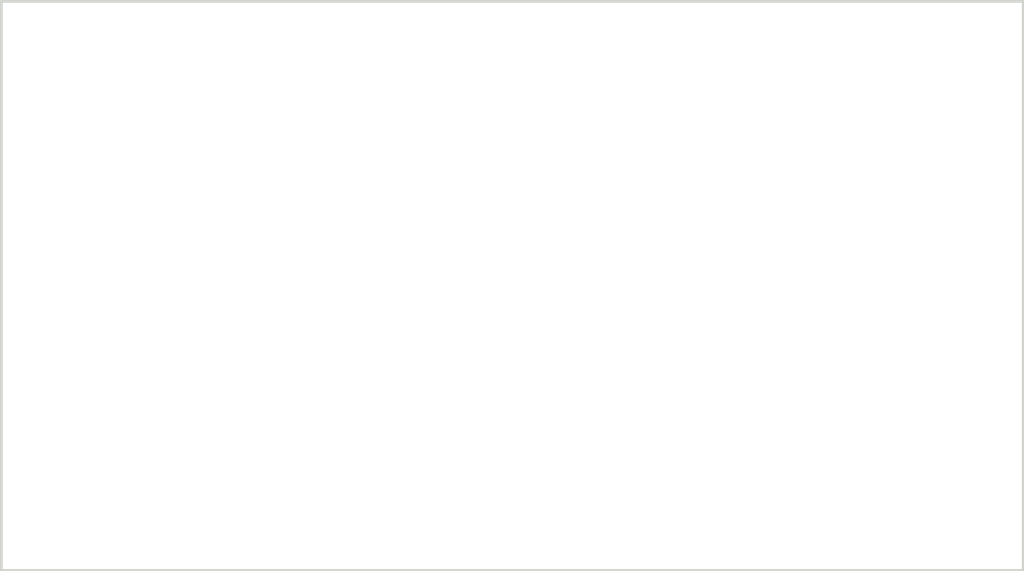
<source format=kicad_pcb>
(kicad_pcb
	(version 20241229)
	(generator "pcbnew")
	(generator_version "9.0")
	(general
		(thickness 1.6)
		(legacy_teardrops no)
	)
	(paper "A4")
	(layers
		(0 "F.Cu" signal)
		(2 "B.Cu" signal)
		(9 "F.Adhes" user "F.Adhesive")
		(11 "B.Adhes" user "B.Adhesive")
		(13 "F.Paste" user)
		(15 "B.Paste" user)
		(5 "F.SilkS" user "F.Silkscreen")
		(7 "B.SilkS" user "B.Silkscreen")
		(1 "F.Mask" user)
		(3 "B.Mask" user)
		(17 "Dwgs.User" user "User.Drawings")
		(19 "Cmts.User" user "User.Comments")
		(21 "Eco1.User" user "User.Eco1")
		(23 "Eco2.User" user "User.Eco2")
		(25 "Edge.Cuts" user)
		(27 "Margin" user)
		(31 "F.CrtYd" user "F.Courtyard")
		(29 "B.CrtYd" user "B.Courtyard")
		(35 "F.Fab" user)
		(33 "B.Fab" user)
		(39 "User.1" user)
		(41 "User.2" user)
		(43 "User.3" user)
		(45 "User.4" user)
	)
	(setup
		(pad_to_mask_clearance 0)
		(allow_soldermask_bridges_in_footprints no)
		(tenting front back)
		(pcbplotparams
			(layerselection 0x00000000_00000000_55555555_5755f5ff)
			(plot_on_all_layers_selection 0x00000000_00000000_00000000_00000000)
			(disableapertmacros no)
			(usegerberextensions no)
			(usegerberattributes yes)
			(usegerberadvancedattributes yes)
			(creategerberjobfile yes)
			(dashed_line_dash_ratio 12.000000)
			(dashed_line_gap_ratio 3.000000)
			(svgprecision 4)
			(plotframeref no)
			(mode 1)
			(useauxorigin no)
			(hpglpennumber 1)
			(hpglpenspeed 20)
			(hpglpendiameter 15.000000)
			(pdf_front_fp_property_popups yes)
			(pdf_back_fp_property_popups yes)
			(pdf_metadata yes)
			(pdf_single_document no)
			(dxfpolygonmode yes)
			(dxfimperialunits yes)
			(dxfusepcbnewfont yes)
			(psnegative no)
			(psa4output no)
			(plot_black_and_white yes)
			(sketchpadsonfab no)
			(plotpadnumbers no)
			(hidednponfab no)
			(sketchdnponfab yes)
			(crossoutdnponfab yes)
			(subtractmaskfromsilk no)
			(outputformat 1)
			(mirror no)
			(drillshape 1)
			(scaleselection 1)
			(outputdirectory "")
		)
	)
	(net 0 "")
	(gr_rect
		(start 135.5 76.5)
		(end 153.8 86.7)
		(stroke
			(width 0.05)
			(type solid)
		)
		(fill no)
		(layer "Edge.Cuts")
		(uuid "21e64001-be92-4d33-9871-d0a3e7b92a66")
	)
	(embedded_fonts no)
)

</source>
